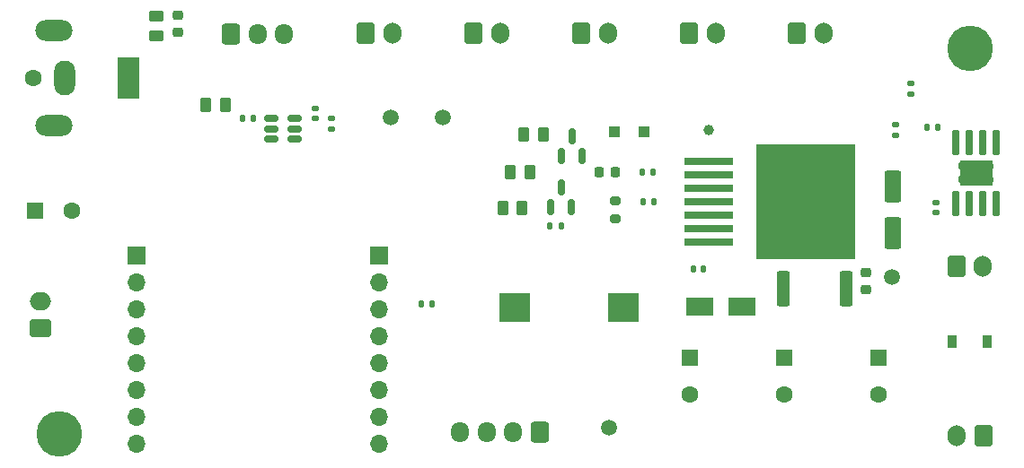
<source format=gts>
%TF.GenerationSoftware,KiCad,Pcbnew,(6.0.9)*%
%TF.CreationDate,2022-12-23T09:31:32-06:00*%
%TF.ProjectId,CatFeeder,43617446-6565-4646-9572-2e6b69636164,rev?*%
%TF.SameCoordinates,Original*%
%TF.FileFunction,Soldermask,Top*%
%TF.FilePolarity,Negative*%
%FSLAX46Y46*%
G04 Gerber Fmt 4.6, Leading zero omitted, Abs format (unit mm)*
G04 Created by KiCad (PCBNEW (6.0.9)) date 2022-12-23 09:31:32*
%MOMM*%
%LPD*%
G01*
G04 APERTURE LIST*
G04 Aperture macros list*
%AMRoundRect*
0 Rectangle with rounded corners*
0 $1 Rounding radius*
0 $2 $3 $4 $5 $6 $7 $8 $9 X,Y pos of 4 corners*
0 Add a 4 corners polygon primitive as box body*
4,1,4,$2,$3,$4,$5,$6,$7,$8,$9,$2,$3,0*
0 Add four circle primitives for the rounded corners*
1,1,$1+$1,$2,$3*
1,1,$1+$1,$4,$5*
1,1,$1+$1,$6,$7*
1,1,$1+$1,$8,$9*
0 Add four rect primitives between the rounded corners*
20,1,$1+$1,$2,$3,$4,$5,0*
20,1,$1+$1,$4,$5,$6,$7,0*
20,1,$1+$1,$6,$7,$8,$9,0*
20,1,$1+$1,$8,$9,$2,$3,0*%
G04 Aperture macros list end*
%ADD10RoundRect,0.250000X-0.450000X0.262500X-0.450000X-0.262500X0.450000X-0.262500X0.450000X0.262500X0*%
%ADD11RoundRect,0.250000X0.750000X-0.600000X0.750000X0.600000X-0.750000X0.600000X-0.750000X-0.600000X0*%
%ADD12O,2.000000X1.700000*%
%ADD13RoundRect,0.250000X0.600000X0.750000X-0.600000X0.750000X-0.600000X-0.750000X0.600000X-0.750000X0*%
%ADD14O,1.700000X2.000000*%
%ADD15RoundRect,0.250000X-0.262500X-0.450000X0.262500X-0.450000X0.262500X0.450000X-0.262500X0.450000X0*%
%ADD16C,1.000000*%
%ADD17C,1.500000*%
%ADD18RoundRect,0.140000X0.170000X-0.140000X0.170000X0.140000X-0.170000X0.140000X-0.170000X-0.140000X0*%
%ADD19R,1.600000X1.600000*%
%ADD20C,1.600000*%
%ADD21RoundRect,0.250000X-0.600000X-0.750000X0.600000X-0.750000X0.600000X0.750000X-0.600000X0.750000X0*%
%ADD22R,0.900000X1.200000*%
%ADD23RoundRect,0.135000X0.135000X0.185000X-0.135000X0.185000X-0.135000X-0.185000X0.135000X-0.185000X0*%
%ADD24RoundRect,0.140000X0.140000X0.170000X-0.140000X0.170000X-0.140000X-0.170000X0.140000X-0.170000X0*%
%ADD25RoundRect,0.150000X0.150000X-0.587500X0.150000X0.587500X-0.150000X0.587500X-0.150000X-0.587500X0*%
%ADD26RoundRect,0.250000X-0.362500X-1.425000X0.362500X-1.425000X0.362500X1.425000X-0.362500X1.425000X0*%
%ADD27RoundRect,0.135000X-0.135000X-0.185000X0.135000X-0.185000X0.135000X0.185000X-0.135000X0.185000X0*%
%ADD28RoundRect,0.150000X-0.512500X-0.150000X0.512500X-0.150000X0.512500X0.150000X-0.512500X0.150000X0*%
%ADD29RoundRect,0.225000X0.225000X0.250000X-0.225000X0.250000X-0.225000X-0.250000X0.225000X-0.250000X0*%
%ADD30RoundRect,0.135000X0.185000X-0.135000X0.185000X0.135000X-0.185000X0.135000X-0.185000X-0.135000X0*%
%ADD31R,1.700000X1.700000*%
%ADD32O,1.700000X1.700000*%
%ADD33R,2.500000X1.800000*%
%ADD34R,4.600000X0.800000*%
%ADD35R,9.400000X10.800000*%
%ADD36R,3.100000X2.400000*%
%ADD37RoundRect,0.070000X-0.250000X1.100000X-0.250000X-1.100000X0.250000X-1.100000X0.250000X1.100000X0*%
%ADD38C,0.770000*%
%ADD39RoundRect,0.140000X-0.140000X-0.170000X0.140000X-0.170000X0.140000X0.170000X-0.140000X0.170000X0*%
%ADD40C,4.300000*%
%ADD41RoundRect,0.250000X0.550000X-1.250000X0.550000X1.250000X-0.550000X1.250000X-0.550000X-1.250000X0*%
%ADD42R,2.920000X2.790000*%
%ADD43RoundRect,0.200000X0.275000X-0.200000X0.275000X0.200000X-0.275000X0.200000X-0.275000X-0.200000X0*%
%ADD44RoundRect,0.250000X-0.600000X-0.725000X0.600000X-0.725000X0.600000X0.725000X-0.600000X0.725000X0*%
%ADD45O,1.700000X1.950000*%
%ADD46RoundRect,0.250000X0.600000X0.725000X-0.600000X0.725000X-0.600000X-0.725000X0.600000X-0.725000X0*%
%ADD47RoundRect,0.218750X-0.256250X0.218750X-0.256250X-0.218750X0.256250X-0.218750X0.256250X0.218750X0*%
%ADD48RoundRect,0.135000X-0.185000X0.135000X-0.185000X-0.135000X0.185000X-0.135000X0.185000X0.135000X0*%
%ADD49R,2.000000X4.000000*%
%ADD50O,2.000000X3.300000*%
%ADD51O,3.500000X2.000000*%
%ADD52R,1.100000X1.100000*%
G04 APERTURE END LIST*
D10*
%TO.C,R2*%
X112014000Y-70131200D03*
X112014000Y-71956200D03*
%TD*%
D11*
%TO.C,J1*%
X101092000Y-99568000D03*
D12*
X101092000Y-97068000D03*
%TD*%
D13*
%TO.C,J8*%
X189972000Y-109745000D03*
D14*
X187472000Y-109745000D03*
%TD*%
D15*
%TO.C,R12*%
X144677500Y-88235500D03*
X146502500Y-88235500D03*
%TD*%
%TO.C,R7*%
X146661500Y-81280000D03*
X148486500Y-81280000D03*
%TD*%
%TO.C,R6*%
X145391500Y-84836000D03*
X147216500Y-84836000D03*
%TD*%
%TO.C,R3*%
X116689500Y-78486000D03*
X118514500Y-78486000D03*
%TD*%
D16*
%TO.C,TP4*%
X164058600Y-80873600D03*
%TD*%
D17*
%TO.C,TP2*%
X134086600Y-79679800D03*
%TD*%
D18*
%TO.C,C2*%
X127000000Y-79804200D03*
X127000000Y-78844200D03*
%TD*%
D19*
%TO.C,C6*%
X171221400Y-102385749D03*
D20*
X171221400Y-105885749D03*
%TD*%
D21*
%TO.C,J13*%
X172395200Y-71721200D03*
D14*
X174895200Y-71721200D03*
%TD*%
D19*
%TO.C,C7*%
X180086000Y-102387400D03*
D20*
X180086000Y-105887400D03*
%TD*%
D21*
%TO.C,J9*%
X131775200Y-71704200D03*
D14*
X134275200Y-71704200D03*
%TD*%
D21*
%TO.C,J12*%
X162235200Y-71721200D03*
D14*
X164735200Y-71721200D03*
%TD*%
D21*
%TO.C,J2*%
X187452000Y-93726000D03*
D14*
X189952000Y-93726000D03*
%TD*%
D22*
%TO.C,D3*%
X187072000Y-100838000D03*
X190372000Y-100838000D03*
%TD*%
D23*
%TO.C,R11*%
X185650600Y-80645000D03*
X184630600Y-80645000D03*
%TD*%
D24*
%TO.C,C1*%
X121130000Y-79756000D03*
X120170000Y-79756000D03*
%TD*%
D25*
%TO.C,Q1*%
X150228000Y-83331000D03*
X152128000Y-83331000D03*
X151178000Y-81456000D03*
%TD*%
D26*
%TO.C,R8*%
X171148100Y-95840600D03*
X177073100Y-95840600D03*
%TD*%
D27*
%TO.C,R1*%
X137005600Y-97307400D03*
X138025600Y-97307400D03*
%TD*%
D28*
%TO.C,U1*%
X122814500Y-79822000D03*
X122814500Y-80772000D03*
X122814500Y-81722000D03*
X125089500Y-81722000D03*
X125089500Y-80772000D03*
X125089500Y-79822000D03*
%TD*%
D29*
%TO.C,C10*%
X155321000Y-84836000D03*
X153771000Y-84836000D03*
%TD*%
D30*
%TO.C,R10*%
X183159400Y-77472000D03*
X183159400Y-76452000D03*
%TD*%
D31*
%TO.C,J6*%
X110134000Y-92725000D03*
D32*
X110134000Y-95265000D03*
X110134000Y-97805000D03*
X110134000Y-100345000D03*
X110134000Y-102885000D03*
X110134000Y-105425000D03*
X110134000Y-107965000D03*
X110134000Y-110505000D03*
%TD*%
D21*
%TO.C,J11*%
X152095200Y-71704200D03*
D14*
X154595200Y-71704200D03*
%TD*%
D17*
%TO.C,TP5*%
X154686000Y-108966000D03*
%TD*%
D33*
%TO.C,D2*%
X167214000Y-97555000D03*
X163214000Y-97555000D03*
%TD*%
D18*
%TO.C,C4*%
X185470800Y-88678100D03*
X185470800Y-87718100D03*
%TD*%
D25*
%TO.C,Q2*%
X149212000Y-88157000D03*
X151112000Y-88157000D03*
X150162000Y-86282000D03*
%TD*%
D27*
%TO.C,R15*%
X149144800Y-89916000D03*
X150164800Y-89916000D03*
%TD*%
D34*
%TO.C,U2*%
X164077000Y-83858000D03*
X164077000Y-85128000D03*
X164077000Y-86398000D03*
X164077000Y-87668000D03*
X164077000Y-88938000D03*
X164077000Y-90208000D03*
X164077000Y-91478000D03*
D35*
X173227000Y-87668000D03*
%TD*%
D36*
%TO.C,U3*%
X189306200Y-84928300D03*
D37*
X191211200Y-82053300D03*
X189941200Y-82053300D03*
X188671200Y-82053300D03*
X187401200Y-82053300D03*
X187401200Y-87803300D03*
X188671200Y-87803300D03*
X189941200Y-87803300D03*
X191211200Y-87803300D03*
D38*
X188006200Y-85578300D03*
X189306200Y-84278300D03*
X190606200Y-85578300D03*
X189306200Y-85578300D03*
X188006200Y-84278300D03*
X190606200Y-84278300D03*
%TD*%
D39*
%TO.C,C8*%
X162616000Y-93980000D03*
X163576000Y-93980000D03*
%TD*%
D40*
%TO.C,REF\u002A\u002A*%
X188696600Y-73202800D03*
%TD*%
D23*
%TO.C,R14*%
X158845000Y-84836000D03*
X157825000Y-84836000D03*
%TD*%
D17*
%TO.C,TP1*%
X139065000Y-79705200D03*
%TD*%
D21*
%TO.C,J10*%
X141935200Y-71704200D03*
D14*
X144435200Y-71704200D03*
%TD*%
D19*
%TO.C,C9*%
X100556949Y-88468200D03*
D20*
X104056949Y-88468200D03*
%TD*%
D31*
%TO.C,J7*%
X132994000Y-92725000D03*
D32*
X132994000Y-95265000D03*
X132994000Y-97805000D03*
X132994000Y-100345000D03*
X132994000Y-102885000D03*
X132994000Y-105425000D03*
X132994000Y-107965000D03*
X132994000Y-110505000D03*
%TD*%
D41*
%TO.C,C3*%
X181457600Y-90607600D03*
X181457600Y-86207600D03*
%TD*%
D17*
%TO.C,TP3*%
X181356000Y-94742000D03*
%TD*%
D40*
%TO.C,REF\u002A\u002A*%
X102895400Y-109601000D03*
%TD*%
D42*
%TO.C,L1*%
X145761000Y-97655000D03*
X156061000Y-97655000D03*
%TD*%
D43*
%TO.C,R5*%
X155308000Y-89236000D03*
X155308000Y-87586000D03*
%TD*%
D44*
%TO.C,J3*%
X119075200Y-71848200D03*
D45*
X121575200Y-71848200D03*
X124075200Y-71848200D03*
%TD*%
D46*
%TO.C,J5*%
X148158200Y-109423200D03*
D45*
X145658200Y-109423200D03*
X143158200Y-109423200D03*
X140658200Y-109423200D03*
%TD*%
D47*
%TO.C,D1*%
X114046000Y-71653500D03*
X114046000Y-70078500D03*
%TD*%
D48*
%TO.C,R9*%
X181711600Y-80338200D03*
X181711600Y-81358200D03*
%TD*%
D27*
%TO.C,R13*%
X157907000Y-87649000D03*
X158927000Y-87649000D03*
%TD*%
D20*
%TO.C,J4*%
X100386000Y-75946000D03*
D49*
X109386000Y-75946000D03*
D50*
X103386000Y-75946000D03*
D51*
X102386000Y-71446000D03*
X102386000Y-80446000D03*
%TD*%
D47*
%TO.C,D5*%
X178943000Y-94360900D03*
X178943000Y-95935900D03*
%TD*%
D52*
%TO.C,D4*%
X157978000Y-81045000D03*
X155178000Y-81045000D03*
%TD*%
D30*
%TO.C,R4*%
X128498600Y-80824800D03*
X128498600Y-79804800D03*
%TD*%
D19*
%TO.C,C5*%
X162280600Y-102360349D03*
D20*
X162280600Y-105860349D03*
%TD*%
M02*

</source>
